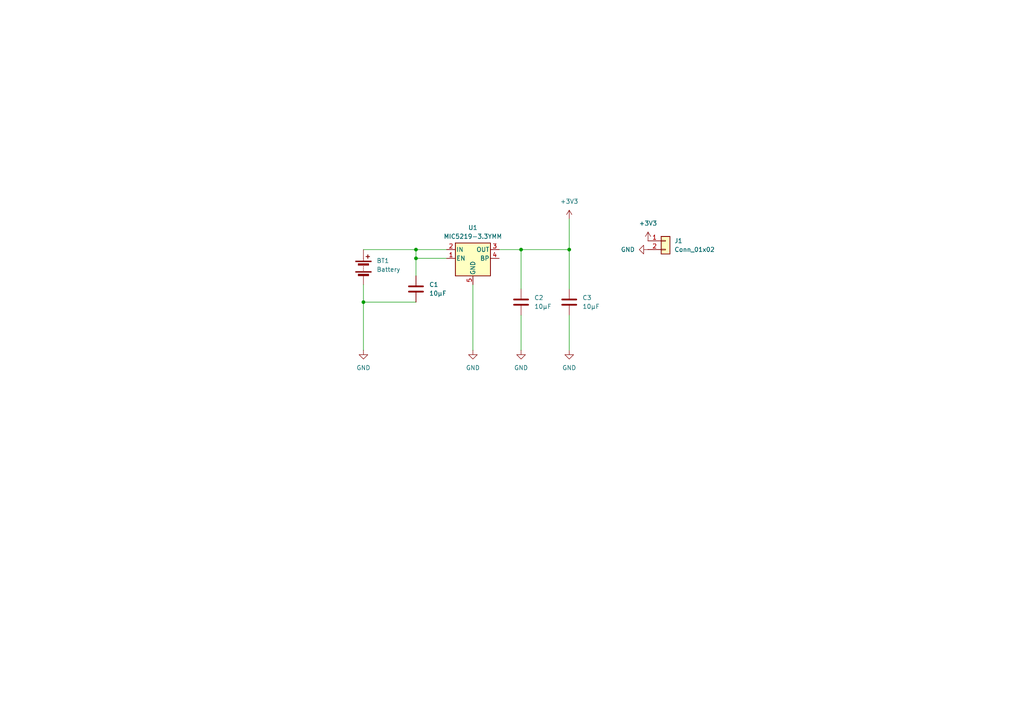
<source format=kicad_sch>
(kicad_sch (version 20231120) (generator "eeschema") (generator_version "8.0")
  (paper "A4")
  (lib_symbols
    (symbol "Connector_Generic:Conn_01x02" (pin_names (offset 1.016) hide)
      (property "Reference" "J" (at 0 2.54 0))
      (property "Value" "Conn_01x02" (at 0 -5.08 0))
      (symbol "Conn_01x02_1_1"
        (rectangle (start -1.27 -2.413) (end 0 -2.667) (stroke (width 0.1524)))
        (rectangle (start -1.27 0.127) (end 0 -0.127) (stroke (width 0.1524)))
        (rectangle (start -1.27 1.27) (end 1.27 -3.81) (stroke (width 0.254)) (fill (type background)))
        (pin passive line (at -5.08 0 0) (length 3.81) (name "Pin_1") (number "1"))
        (pin passive line (at -5.08 -2.54 0) (length 3.81) (name "Pin_2") (number "2"))
      )
    )
    (symbol "Device:Battery" (pin_numbers hide) (pin_names (offset 0) hide)
      (property "Reference" "BT" (at 2.54 2.54 0))
      (property "Value" "Battery" (at 2.54 0 0))
      (symbol "Battery_0_1"
        (rectangle (start -2.286 -1.27) (end 2.286 -1.524) (fill (type outline)))
        (rectangle (start -2.286 1.778) (end 2.286 1.524) (fill (type outline)))
        (rectangle (start -1.524 -2.032) (end 1.524 -2.54) (fill (type outline)))
        (rectangle (start -1.524 1.016) (end 1.524 0.508) (fill (type outline)))
        (polyline (pts (xy 0 -1.016) (xy 0 -0.762)))
        (polyline (pts (xy 0 -0.508) (xy 0 -0.254)))
        (polyline (pts (xy 0 0) (xy 0 0.254)))
        (polyline (pts (xy 0 1.778) (xy 0 2.54)))
        (polyline (pts (xy 0.762 3.048) (xy 1.778 3.048)) (stroke (width 0.254)))
        (polyline (pts (xy 1.27 3.556) (xy 1.27 2.54)) (stroke (width 0.254)))
      )
      (symbol "Battery_1_1"
        (pin passive line (at 0 5.08 270) (length 2.54) (name "+") (number "1"))
        (pin passive line (at 0 -5.08 90) (length 2.54) (name "-") (number "2"))
      )
    )
    (symbol "Device:C" (pin_numbers hide) (pin_names (offset 0.254))
      (property "Reference" "C" (at 0.635 2.54 0))
      (property "Value" "C" (at 0.635 -2.54 0))
      (symbol "C_0_1"
        (polyline (pts (xy -2.032 -0.762) (xy 2.032 -0.762)) (stroke (width 0.508)))
        (polyline (pts (xy -2.032 0.762) (xy 2.032 0.762)) (stroke (width 0.508)))
      )
      (symbol "C_1_1"
        (pin passive line (at 0 3.81 270) (length 2.794) (name "~") (number "1"))
        (pin passive line (at 0 -3.81 90) (length 2.794) (name "~") (number "2"))
      )
    )
    (symbol "Regulator_Linear:MIC5219-3.3YMM" (pin_names (offset 0.254))
      (property "Reference" "U" (at -3.81 5.715 0))
      (property "Value" "MIC5219-3.3YMM" (at 0 5.715 0))
      (symbol "MIC5219-3.3YMM_0_1"
        (rectangle (start -5.08 4.445) (end 5.08 -5.08) (stroke (width 0.254)) (fill (type background)))
      )
      (symbol "MIC5219-3.3YMM_1_1"
        (pin input line (at -7.62 0 0) (length 2.54) (name "EN") (number "1"))
        (pin power_in line (at -7.62 2.54 0) (length 2.54) (name "IN") (number "2"))
        (pin power_out line (at 7.62 2.54 180) (length 2.54) (name "OUT") (number "3"))
        (pin input line (at 7.62 0 180) (length 2.54) (name "BP") (number "4"))
        (pin power_in line (at 0 -7.62 90) (length 2.54) (name "GND") (number "5"))
        (pin passive line (at 0 -7.62 90) (length 2.54) hide (name "GND") (number "6"))
        (pin passive line (at 0 -7.62 90) (length 2.54) hide (name "GND") (number "7"))
        (pin passive line (at 0 -7.62 90) (length 2.54) hide (name "GND") (number "8"))
      )
    )
    (symbol "power:+3V3" (power) (pin_numbers hide) (pin_names (offset 0) hide)
      (property "Value" "+3V3" (at 0 3.556 0))
      (symbol "+3V3_0_1"
        (polyline (pts (xy -0.762 1.27) (xy 0 2.54)))
        (polyline (pts (xy 0 0) (xy 0 2.54)))
        (polyline (pts (xy 0 2.54) (xy 0.762 1.27)))
      )
      (symbol "+3V3_1_1"
        (pin power_in line (at 0 0 90) (length 0) (name "~") (number "1"))
      )
    )
    (symbol "power:GND" (power) (pin_numbers hide) (pin_names (offset 0) hide)
      (property "Value" "GND" (at 0 -3.81 0))
      (symbol "GND_0_1"
        (polyline (pts (xy 0 0) (xy 0 -1.27) (xy 1.27 -1.27) (xy 0 -2.54) (xy -1.27 -1.27) (xy 0 -1.27)))
      )
      (symbol "GND_1_1"
        (pin power_in line (at 0 0 270) (length 0) (name "~") (number "1"))
      )
    )
  )
  (junction (at 165.1 72.39))
  (junction (at 105.41 87.63))
  (junction (at 120.65 74.93))
  (junction (at 151.13 72.39))
  (junction (at 120.65 72.39))
  (wire (pts (xy 105.41 82.55) (xy 105.41 87.63)))
  (wire (pts (xy 129.54 74.93) (xy 120.65 74.93)))
  (wire (pts (xy 151.13 91.44) (xy 151.13 101.6)))
  (wire (pts (xy 105.41 72.39) (xy 120.65 72.39)))
  (wire (pts (xy 165.1 91.44) (xy 165.1 101.6)))
  (wire (pts (xy 151.13 72.39) (xy 151.13 83.82)))
  (wire (pts (xy 151.13 72.39) (xy 165.1 72.39)))
  (wire (pts (xy 105.41 87.63) (xy 120.65 87.63)))
  (wire (pts (xy 120.65 72.39) (xy 129.54 72.39)))
  (wire (pts (xy 120.65 72.39) (xy 120.65 74.93)))
  (wire (pts (xy 165.1 72.39) (xy 165.1 63.5)))
  (wire (pts (xy 144.78 72.39) (xy 151.13 72.39)))
  (wire (pts (xy 105.41 87.63) (xy 105.41 101.6)))
  (wire (pts (xy 137.16 82.55) (xy 137.16 101.6)))
  (wire (pts (xy 120.65 74.93) (xy 120.65 80.01)))
  (wire (pts (xy 165.1 72.39) (xy 165.1 83.82)))
  (symbol (lib_id "Connector_Generic:Conn_01x02") (at 193.04 69.85 0) (unit 1)
    (property "Reference" "J1" (at 195.58 69.8499 0) (effects (justify left)))
    (property "Value" "Conn_01x02" (at 195.58 72.3899 0) (effects (justify left)))
    (property "Footprint" "Connector_PinSocket_1.27mm:PinSocket_1x02_P1.27mm_Vertical" (effects (hide yes)))
    (property "Description" "Generic connector, single row, 01x02, script generated (kicad-library-utils/schlib/autogen/connector/)" (effects (hide yes)))
  )
  (symbol (lib_id "power:GND") (at 137.16 101.6 0) (unit 1)
    (property "Reference" "#PWR04" (effects (hide yes)))
    (property "Value" "GND" (at 137.16 106.68 0))
    (property "Description" "Power symbol creates a global label with name \"GND\" , ground" (effects (hide yes)))
  )
  (symbol (lib_id "Device:C") (at 165.1 87.63 0) (unit 1)
    (property "Reference" "C3" (at 168.91 86.3599 0) (effects (justify left)))
    (property "Value" "10µF" (at 168.91 88.8999 0) (effects (justify left)))
    (property "Footprint" "Capacitor_THT:CP_Axial_L10.0mm_D4.5mm_P15.00mm_Horizontal" (effects (hide yes)))
    (property "Description" "Unpolarized capacitor" (effects (hide yes)))
  )
  (symbol (lib_id "power:GND") (at 151.13 101.6 0) (unit 1)
    (property "Reference" "#PWR06" (effects (hide yes)))
    (property "Value" "GND" (at 151.13 106.68 0))
    (property "Description" "Power symbol creates a global label with name \"GND\" , ground" (effects (hide yes)))
  )
  (symbol (lib_id "Regulator_Linear:MIC5219-3.3YMM") (at 137.16 74.93 0) (unit 1)
    (property "Reference" "U1" (at 137.16 66.04 0))
    (property "Value" "MIC5219-3.3YMM" (at 137.16 68.58 0))
    (property "Footprint" "Package_TO_SOT_SMD:SOT-23-5" (effects (hide yes)))
    (property "Datasheet" "http://ww1.microchip.com/downloads/en/DeviceDoc/MIC5219-500mA-Peak-Output-LDO-Regulator-DS20006021A.pdf" (effects (hide yes)))
    (property "Description" "500mA low dropout linear regulator, fixed 3.3V output, MSOP-8" (effects (hide yes)))
  )
  (symbol (lib_id "Device:C") (at 120.65 83.82 0) (unit 1)
    (property "Reference" "C1" (at 124.46 82.5499 0) (effects (justify left)))
    (property "Value" "10µF" (at 124.46 85.0899 0) (effects (justify left)))
    (property "Footprint" "Capacitor_THT:CP_Axial_L10.0mm_D4.5mm_P15.00mm_Horizontal" (effects (hide yes)))
    (property "Description" "Unpolarized capacitor" (effects (hide yes)))
  )
  (symbol (lib_id "power:+3V3") (at 165.1 63.5 0) (unit 1)
    (property "Reference" "#PWR01" (effects (hide yes)))
    (property "Value" "+3V3" (at 165.1 58.42 0))
    (property "Description" "Power symbol creates a global label with name \"+3V3\"" (effects (hide yes)))
  )
  (symbol (lib_id "power:GND") (at 165.1 101.6 0) (unit 1)
    (property "Reference" "#PWR05" (effects (hide yes)))
    (property "Value" "GND" (at 165.1 106.68 0))
    (property "Description" "Power symbol creates a global label with name \"GND\" , ground" (effects (hide yes)))
  )
  (symbol (lib_id "power:+3V3") (at 187.96 69.85 0) (unit 1)
    (property "Reference" "#PWR02" (effects (hide yes)))
    (property "Value" "+3V3" (at 187.96 64.77 0))
    (property "Description" "Power symbol creates a global label with name \"+3V3\"" (effects (hide yes)))
  )
  (symbol (lib_id "Device:Battery") (at 105.41 77.47 0) (unit 1)
    (property "Reference" "BT1" (at 109.22 75.6284 0) (effects (justify left)))
    (property "Value" "Battery" (at 109.22 78.1684 0) (effects (justify left)))
    (property "Footprint" "Battery:BatteryHolder_Keystone_2462_2xAA" (effects (hide yes)))
    (property "Description" "Multiple-cell battery" (effects (hide yes)))
  )
  (symbol (lib_id "power:GND") (at 187.96 72.39 270) (unit 1)
    (property "Reference" "#PWR07" (effects (hide yes)))
    (property "Value" "GND" (at 184.15 72.3899 90) (effects (justify right)))
    (property "Description" "Power symbol creates a global label with name \"GND\" , ground" (effects (hide yes)))
  )
  (symbol (lib_id "power:GND") (at 105.41 101.6 0) (unit 1)
    (property "Reference" "#PWR03" (effects (hide yes)))
    (property "Value" "GND" (at 105.41 106.68 0))
    (property "Description" "Power symbol creates a global label with name \"GND\" , ground" (effects (hide yes)))
  )
  (symbol (lib_id "Device:C") (at 151.13 87.63 0) (unit 1)
    (property "Reference" "C2" (at 154.94 86.3599 0) (effects (justify left)))
    (property "Value" "10µF" (at 154.94 88.8999 0) (effects (justify left)))
    (property "Footprint" "Capacitor_THT:CP_Axial_L10.0mm_D4.5mm_P15.00mm_Horizontal" (effects (hide yes)))
    (property "Description" "Unpolarized capacitor" (effects (hide yes)))
  )
)
</source>
